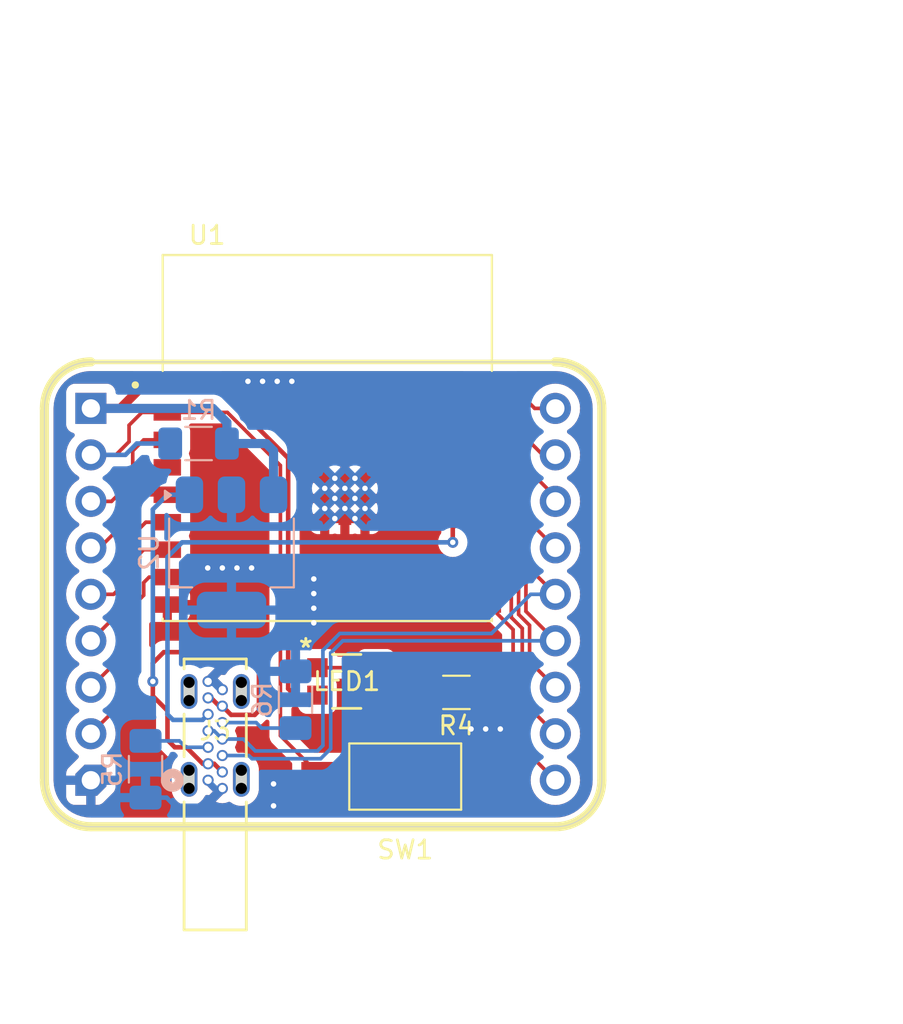
<source format=kicad_pcb>
(kicad_pcb (version 20240108) (generator "pcbnew") (generator_version "8.0")
  (layers (0 "F.Cu" signal) (31 "B.Cu" signal) (34 "B.Paste" user) (35 "F.Paste" user) (36 "B.SilkS" user "B.Silkscreen") (37 "F.SilkS" user "F.Silkscreen") (38 "B.Mask" user) (39 "F.Mask" user) (44 "Edge.Cuts" user))
  (net 0 "")
  (net 1 "GPIO3")
  (net 2 "GND")
  (net 3 "GPIO2")
  (net 4 "GPIO1")
  (net 5 "GPIO0")
  (net 6 "GPIO4")
  (net 7 "VBUS")
  (net 8 "GPIO7")
  (net 9 "USB_D+")
  (net 10 "UART-RX")
  (net 11 "USB_D-")
  (net 12 "GPIO5")
  (net 13 "GPIO8")
  (net 14 "UART-TX")
  (net 15 "GPIO10")
  (net 16 "EN")
  (net 17 "GPIO9")
  (net 18 "3V3")
  (net 19 "GPIO6")
  (net 21 "Net-(LED1-GND-Pad1)")
  (net 22 "Net-(J3-CC2)")
  (net 23 "Net-(J3-CC1)")
  (footprint "Alexander Footprint Library:ESP32-C3-WROOM-02-H4" (layer "F.Cu") (at 156.94 61.1)
    (property "Reference" "U1" (at -6.575 -11.085 0) (layer "F.SilkS"))
    (property "Value" "ESP32-C3-WROOM-02-N4")
    (fp_line (start -9 -10) (end -9 -3.67) (stroke (width 0.127)) (layer "F.SilkS"))
    (fp_line (start -9 10) (end -9 9.87) (stroke (width 0.127)) (layer "F.SilkS"))
    (fp_line (start -9 10) (end 9 10) (stroke (width 0.127)) (layer "F.SilkS"))
    (fp_line (start 9 -10) (end -9 -10) (stroke (width 0.127)) (layer "F.SilkS"))
    (fp_line (start 9 -3.67) (end 9 -10) (stroke (width 0.127)) (layer "F.SilkS"))
    (fp_line (start 9 10) (end 9 9.87) (stroke (width 0.127)) (layer "F.SilkS"))
    (fp_circle (center -10.5 -2.9) (end -10.4 -2.9) (stroke (width 0.2)) (fill none) (layer "F.SilkS"))
    (pad "1" smd rect (at -8.75 -2.9) (size 1.5 0.9) (layers "F.Cu" "F.Paste" "F.Mask") (net 18 "3V3"))
    (pad "2" smd rect (at -8.75 -1.4) (size 1.5 0.9) (layers "F.Cu" "F.Paste" "F.Mask") (net 16 "EN"))
    (pad "3" smd rect (at -8.75 0.1) (size 1.5 0.9) (layers "F.Cu" "F.Paste" "F.Mask") (net 6 "GPIO4"))
    (pad "4" smd rect (at -8.75 1.6) (size 1.5 0.9) (layers "F.Cu" "F.Paste" "F.Mask") (net 12 "GPIO5"))
    (pad "5" smd rect (at -8.75 3.1) (size 1.5 0.9) (layers "F.Cu" "F.Paste" "F.Mask") (net 19 "GPIO6"))
    (pad "6" smd rect (at -8.75 4.6) (size 1.5 0.9) (layers "F.Cu" "F.Paste" "F.Mask") (net 8 "GPIO7"))
    (pad "7" smd rect (at -8.75 6.1) (size 1.5 0.9) (layers "F.Cu" "F.Paste" "F.Mask") (net 13 "GPIO8"))
    (pad "8" smd rect (at -8.75 7.6) (size 1.5 0.9) (layers "F.Cu" "F.Paste" "F.Mask") (net 17 "GPIO9"))
    (pad "9" smd rect (at -8.75 9.1) (size 1.5 0.9) (layers "F.Cu" "F.Paste" "F.Mask") (net 2 "GND"))
    (pad "10" smd rect (at 8.75 9.1) (size 1.5 0.9) (layers "F.Cu" "F.Paste" "F.Mask") (net 15 "GPIO10"))
    (pad "11" smd rect (at 8.75 7.6) (size 1.5 0.9) (layers "F.Cu" "F.Paste" "F.Mask") (net 10 "UART-RX"))
    (pad "12" smd rect (at 8.75 6.1) (size 1.5 0.9) (layers "F.Cu" "F.Paste" "F.Mask") (net 14 "UART-TX"))
    (pad "13" smd rect (at 8.75 4.6) (size 1.5 0.9) (layers "F.Cu" "F.Paste" "F.Mask") (net 11 "USB_D-"))
    (pad "14" smd rect (at 8.75 3.1) (size 1.5 0.9) (layers "F.Cu" "F.Paste" "F.Mask") (net 9 "USB_D+"))
    (pad "15" smd rect (at 8.75 1.6) (size 1.5 0.9) (layers "F.Cu" "F.Paste" "F.Mask") (net 1 "GPIO3"))
    (pad "16" smd rect (at 8.75 0.1) (size 1.5 0.9) (layers "F.Cu" "F.Paste" "F.Mask") (net 3 "GPIO2"))
    (pad "17" smd rect (at 8.75 -1.4) (size 1.5 0.9) (layers "F.Cu" "F.Paste" "F.Mask") (net 4 "GPIO1"))
    (pad "18" smd rect (at 8.75 -2.9) (size 1.5 0.9) (layers "F.Cu" "F.Paste" "F.Mask") (net 5 "GPIO0"))
    (pad "19" smd rect (at -0.14 2.2) (size 0.7 0.7) (layers "F.Cu" "F.Paste" "F.Mask") (net 2 "GND"))
    (pad "20" smd rect (at 0.96 2.2) (size 0.7 0.7) (layers "F.Cu" "F.Paste" "F.Mask") (net 2 "GND"))
    (pad "21" smd rect (at 2.06 2.2) (size 0.7 0.7) (layers "F.Cu" "F.Paste" "F.Mask") (net 2 "GND"))
    (pad "22" smd rect (at -0.14 3.3) (size 0.7 0.7) (layers "F.Cu" "F.Paste" "F.Mask") (net 2 "GND"))
    (pad "23" smd rect (at 0.96 3.3) (size 0.7 0.7) (layers "F.Cu" "F.Paste" "F.Mask") (net 2 "GND"))
    (pad "24" smd rect (at 2.06 3.3) (size 0.7 0.7) (layers "F.Cu" "F.Paste" "F.Mask") (net 2 "GND"))
    (pad "25" smd rect (at -0.14 4.4) (size 0.7 0.7) (layers "F.Cu" "F.Paste" "F.Mask") (net 2 "GND"))
    (pad "26" smd rect (at 0.96 4.4) (size 0.7 0.7) (layers "F.Cu" "F.Paste" "F.Mask") (net 2 "GND"))
    (pad "27" smd rect (at 2.06 4.4) (size 0.7 0.7) (layers "F.Cu" "F.Paste" "F.Mask") (net 2 "GND"))
    (pad "28" thru_hole circle (at 0.41 2.2) (size 0.4 0.4) (drill 0.3) (layers "*.Cu") (net 2 "GND"))
    (pad "29" thru_hole circle (at 1.51 2.2) (size 0.4 0.4) (drill 0.3) (layers "*.Cu") (net 2 "GND"))
    (pad "30" thru_hole circle (at -0.14 2.75) (size 0.4 0.4) (drill 0.3) (layers "*.Cu") (net 2 "GND"))
    (pad "31" thru_hole circle (at 0.96 2.75) (size 0.4 0.4) (drill 0.3) (layers "*.Cu") (net 2 "GND"))
    (pad "32" thru_hole circle (at 2.06 2.75) (size 0.4 0.4) (drill 0.3) (layers "*.Cu") (net 2 "GND"))
    (pad "33" thru_hole circle (at 0.41 3.3) (size 0.4 0.4) (drill 0.3) (layers "*.Cu") (net 2 "GND"))
    (pad "34" thru_hole circle (at 1.51 3.3) (size 0.4 0.4) (drill 0.3) (layers "*.Cu") (net 2 "GND"))
    (pad "35" thru_hole circle (at -0.14 3.85) (size 0.4 0.4) (drill 0.3) (layers "*.Cu") (net 2 "GND"))
    (pad "36" thru_hole circle (at 0.96 3.85) (size 0.4 0.4) (drill 0.3) (layers "*.Cu") (net 2 "GND"))
    (pad "37" thru_hole circle (at 2.06 3.85) (size 0.4 0.4) (drill 0.3) (layers "*.Cu") (net 2 "GND"))
    (pad "38" thru_hole circle (at 0.41 4.4) (size 0.4 0.4) (drill 0.3) (layers "*.Cu") (net 2 "GND"))
    (pad "39" thru_hole circle (at 1.51 4.4) (size 0.4 0.4) (drill 0.3) (layers "*.Cu") (net 2 "GND"))
    (zone (net 0) (net_name "") (layer "F.Cu") (connect_pads (clearance 0)) (min_thickness 0.01)
      (keepout (tracks not_allowed) (vias not_allowed) (pads not_allowed) (copperpour not_allowed) (footprints allowed))
      (fill (thermal_gap 0.508) (thermal_bridge_width 0.508))
      (polygon (pts (xy 147.94 51.1) (xy 165.94 51.1) (xy 165.94 57.1) (xy 147.94 57.1)))
    )
    (zone (net 0) (net_name "") (layer "B.Cu") (connect_pads (clearance 0)) (min_thickness 0.01)
      (keepout (tracks not_allowed) (vias not_allowed) (pads not_allowed) (copperpour not_allowed) (footprints allowed))
      (fill (thermal_gap 0.508) (thermal_bridge_width 0.508))
      (polygon (pts (xy 147.94 51.1) (xy 165.94 51.1) (xy 165.94 57.1) (xy 147.94 57.1)))
    )
  )
  (footprint "Alexander Footprint Library:B1552_HVK-M" (layer "F.Cu") (at 158 74.4)
    (property "Reference" "LED1" (at 0 0 0) (layer "F.SilkS"))
    (property "Value" "LED-RED-GREEN-B1552USUG20D")
    (fp_line (start -0.777373 -1.4732) (end 0.777373 -1.4732) (stroke (width 0.1524)) (layer "F.SilkS"))
    (fp_line (start -0.777373 1.4732) (end 0.777373 1.4732) (stroke (width 0.1524)) (layer "F.SilkS"))
    (fp_text user "*" (at -2.2352 -1.8041 0) (layer "F.SilkS"))
    (fp_text user "*" (at -2.2352 -1.8041 0) (layer "F.SilkS"))
    (pad "1" smd rect (at -1.6002 -0.750001) (size 1.1176 1.0414) (layers "F.Cu" "F.Paste" "F.Mask") (net 21 "Net-(LED1-GND-Pad1)"))
    (pad "2" smd rect (at -1.6002 0.750001) (size 1.1176 1.0414) (layers "F.Cu" "F.Paste" "F.Mask") (net 18 "3V3"))
    (pad "3" smd rect (at 1.6002 0.750001) (size 1.1176 1.0414) (layers "F.Cu" "F.Paste" "F.Mask"))
    (pad "4" smd rect (at 1.6002 -0.750001) (size 1.1176 1.0414) (layers "F.Cu" "F.Paste" "F.Mask") (net 21 "Net-(LED1-GND-Pad1)"))
  )
  (footprint "Alexander Footprint Library:USB-C_KUSBX-SL-CS1N14-B_KYC" (layer "F.Cu") (at 150.419999 79.799999)
    (property "Reference" "J3" (at 0.39 -2.7 0) (layer "F.SilkS"))
    (property "Value" "USB-C_KUSBX-SL-CS1N14-B")
    (fp_circle (center -1.9468 0) (end -1.5658 0) (stroke (width 0.508)) (fill none) (layer "B.SilkS"))
    (fp_line (start -1.3118 -6.627) (end -1.3118 -6.087007) (stroke (width 0.1524)) (layer "F.SilkS"))
    (fp_line (start -1.3118 -3.612992) (end -1.3118 -1.287007) (stroke (width 0.1524)) (layer "F.SilkS"))
    (fp_line (start -1.3118 1.187007) (end -1.3118 8.1812) (stroke (width 0.1524)) (layer "F.SilkS"))
    (fp_line (start -1.3118 8.1812) (end 2.0918 8.1812) (stroke (width 0.1524)) (layer "F.SilkS"))
    (fp_line (start 2.0918 -6.627) (end -1.3118 -6.627) (stroke (width 0.1524)) (layer "F.SilkS"))
    (fp_line (start 2.0918 -6.087007) (end 2.0918 -6.627) (stroke (width 0.1524)) (layer "F.SilkS"))
    (fp_line (start 2.0918 -1.287007) (end 2.0918 -3.612992) (stroke (width 0.1524)) (layer "F.SilkS"))
    (fp_line (start 2.0918 8.1812) (end 2.0918 1.187007) (stroke (width 0.1524)) (layer "F.SilkS"))
    (fp_line (start -1.04 -4.354699) (end -1.04 -5.345299) (stroke (width 0.6096)) (layer "Edge.Cuts"))
    (fp_line (start -1.04 0.4453) (end -1.04 -0.5453) (stroke (width 0.6096)) (layer "Edge.Cuts"))
    (fp_line (start 1.82 -4.354699) (end 1.82 -5.345299) (stroke (width 0.6096)) (layer "Edge.Cuts"))
    (fp_line (start 1.82 0.4453) (end 1.82 -0.5453) (stroke (width 0.6096)) (layer "Edge.Cuts"))
    (pad "" np_thru_hole circle (at -1.04 -5.345299) (size 0.6096 0.6096) (drill 0.6096) (layers))
    (pad "" np_thru_hole circle (at -1.04 -4.354699) (size 0.6096 0.6096) (drill 0.6096) (layers))
    (pad "" np_thru_hole circle (at -1.04 -0.5453) (size 0.6096 0.6096) (drill 0.6096) (layers))
    (pad "" np_thru_hole circle (at -1.04 0.4453) (size 0.6096 0.6096) (drill 0.6096) (layers))
    (pad "" np_thru_hole circle (at 1.82 -5.345299) (size 0.6096 0.6096) (drill 0.6096) (layers))
    (pad "" np_thru_hole circle (at 1.82 -4.354699) (size 0.6096 0.6096) (drill 0.6096) (layers))
    (pad "" np_thru_hole circle (at 1.82 -0.5453) (size 0.6096 0.6096) (drill 0.6096) (layers))
    (pad "" np_thru_hole circle (at 1.82 0.4453) (size 0.6096 0.6096) (drill 0.6096) (layers))
    (pad "A1" thru_hole circle (at 0 0) (size 0.6096 0.6096) (drill 0.4064) (layers "*.Cu" "*.Mask") (net 2 "GND"))
    (pad "A4" thru_hole circle (at 0 -0.900001) (size 0.6096 0.6096) (drill 0.4064) (layers "*.Cu" "*.Mask") (net 7 "VBUS"))
    (pad "A5" thru_hole circle (at 0 -1.799999) (size 0.6096 0.6096) (drill 0.4064) (layers "*.Cu" "*.Mask") (net 23 "Net-(J3-CC1)"))
    (pad "A6" thru_hole circle (at 0 -2.7) (size 0.6096 0.6096) (drill 0.4064) (layers "*.Cu" "*.Mask") (net 9 "USB_D+"))
    (pad "A7" thru_hole circle (at 0 -3.6) (size 0.6096 0.6096) (drill 0.4064) (layers "*.Cu" "*.Mask") (net 11 "USB_D-"))
    (pad "A9" thru_hole circle (at 0 -4.499999) (size 0.6096 0.6096) (drill 0.4064) (layers "*.Cu" "*.Mask") (net 7 "VBUS"))
    (pad "A12" thru_hole circle (at 0 -5.399999) (size 0.6096 0.6096) (drill 0.4064) (layers "*.Cu" "*.Mask") (net 2 "GND"))
    (pad "B1" thru_hole circle (at 0.780001 -4.949999) (size 0.6096 0.6096) (drill 0.4064) (layers "*.Cu" "*.Mask") (net 2 "GND"))
    (pad "B4" thru_hole circle (at 0.780001 -4.049999) (size 0.6096 0.6096) (drill 0.4064) (layers "*.Cu" "*.Mask") (net 7 "VBUS"))
    (pad "B5" thru_hole circle (at 0.780001 -3.149999) (size 0.6096 0.6096) (drill 0.4064) (layers "*.Cu" "*.Mask") (net 22 "Net-(J3-CC2)"))
    (pad "B6" thru_hole circle (at 0.780001 -2.249999) (size 0.6096 0.6096) (drill 0.4064) (layers "*.Cu" "*.Mask") (net 9 "USB_D+"))
    (pad "B7" thru_hole circle (at 0.780001 -1.349999) (size 0.6096 0.6096) (drill 0.4064) (layers "*.Cu" "*.Mask") (net 11 "USB_D-"))
    (pad "B9" thru_hole circle (at 0.780001 -0.449999) (size 0.6096 0.6096) (drill 0.4064) (layers "*.Cu" "*.Mask") (net 7 "VBUS"))
    (pad "B12" thru_hole circle (at 0.780001 0.450001) (size 0.6096 0.6096) (drill 0.4064) (layers "*.Cu" "*.Mask") (net 2 "GND"))
    (pad "S_1" thru_hole oval (at -1.04 -0.05 90) (size 1.905 0.9144) (drill 0.0254) (layers "*.Cu" "*.Mask"))
    (pad "S_2" thru_hole oval (at 1.82 -0.05 90) (size 1.905 0.9144) (drill 0.0254) (layers "*.Cu" "*.Mask"))
    (pad "S_3" thru_hole oval (at -1.04 -4.849999 90) (size 1.905 0.9144) (drill 0.0254) (layers "*.Cu" "*.Mask"))
    (pad "S_4" thru_hole oval (at 1.82 -4.849999 90) (size 1.905 0.9144) (drill 0.0254) (layers "*.Cu" "*.Mask"))
  )
  (footprint "Alexander Footprint Library:SW_SPST_6x3" (layer "F.Cu") (at 161.2 79.6 180)
    (property "Reference" "SW1" (at 0 -4 0) (layer "F.SilkS"))
    (property "Value" "SW_Push")
    (fp_line (start 3.06 1.81) (end -3.06 1.81) (stroke (width 0.12)) (layer "F.SilkS"))
    (fp_line (start 3.06 -1.81) (end 3.06 1.81) (stroke (width 0.12)) (layer "F.SilkS"))
    (fp_line (start -3.06 1.81) (end -3.06 -1.81) (stroke (width 0.12)) (layer "F.SilkS"))
    (fp_line (start -3.06 -1.81) (end 3.06 -1.81) (stroke (width 0.12)) (layer "F.SilkS"))
    (pad "1" smd rect (at -4.59 0 180) (size 2.18 1.6) (layers "F.Cu" "F.Paste" "F.Mask") (net 2 "GND"))
    (pad "2" smd rect (at 4.59 0 180) (size 2.18 1.6) (layers "F.Cu" "F.Paste" "F.Mask") (net 16 "EN"))
  )
  (footprint "Alexander Footprint Library:Conn_ESP32-C3-WROOM-02" (layer "F.Cu") (at 159.25 64.56)
    (property "Reference" "J2" (hide yes))
    (property "Value" "~")
    (fp_line (start -17.78 -5.08) (end -17.78 15.24) (stroke (width 0.5)) (layer "F.SilkS"))
    (fp_line (start -15.24 -7.62) (end 10.16 -7.62) (stroke (width 0.25)) (layer "F.SilkS"))
    (fp_line (start -15.24 17.78) (end 10.16 17.78) (stroke (width 0.5)) (layer "F.SilkS"))
    (fp_line (start 12.7 -5.08) (end 12.7 15.24) (stroke (width 0.5)) (layer "F.SilkS"))
    (fp_arc (start -17.78 -5.08) (mid -17.036051 -6.876051) (end -15.24 -7.62) (stroke (width 0.5)) (layer "F.SilkS"))
    (fp_arc (start -15.24 17.78) (mid -17.036051 17.036051) (end -17.78 15.24) (stroke (width 0.5)) (layer "F.SilkS"))
    (fp_arc (start 10.16 -7.62) (mid 11.956051 -6.876051) (end 12.7 -5.08) (stroke (width 0.5)) (layer "F.SilkS"))
    (fp_arc (start 12.7 15.24) (mid 11.956051 17.036051) (end 10.16 17.78) (stroke (width 0.5)) (layer "F.SilkS"))
    (fp_line (start -17.78 15.24) (end -17.78 -5.08) (stroke (width 0.05)) (layer "Edge.Cuts"))
    (fp_line (start -15.24 -7.62) (end 10.16 -7.62) (stroke (width 0.05)) (layer "Edge.Cuts"))
    (fp_line (start 10.16 17.78) (end -15.24 17.78) (stroke (width 0.05)) (layer "Edge.Cuts"))
    (fp_line (start 12.7 -5.08) (end 12.7 15.24) (stroke (width 0.05)) (layer "Edge.Cuts"))
    (fp_arc (start -17.78 -5.08) (mid -17.036051 -6.876051) (end -15.24 -7.62) (stroke (width 0.05)) (layer "Edge.Cuts"))
    (fp_arc (start -15.24 17.78) (mid -17.036051 17.036051) (end -17.78 15.24) (stroke (width 0.05)) (layer "Edge.Cuts"))
    (fp_arc (start 10.16 -7.62) (mid 11.956051 -6.876051) (end 12.7 -5.08) (stroke (width 0.05)) (layer "Edge.Cuts"))
    (fp_arc (start 12.7 15.24) (mid 11.956051 17.036051) (end 10.16 17.78) (stroke (width 0.05)) (layer "Edge.Cuts"))
    (pad "1" thru_hole rect (at -15.24 -5.08) (size 1.7 1.7) (drill 1) (layers "*.Cu" "*.Mask") (net 18 "3V3"))
    (pad "2" thru_hole circle (at -15.24 -2.54) (size 1.7 1.7) (drill 1) (layers "*.Cu" "*.Mask") (net 16 "EN"))
    (pad "3" thru_hole circle (at -15.24 0) (size 1.7 1.7) (drill 1) (layers "*.Cu" "*.Mask") (net 6 "GPIO4"))
    (pad "4" thru_hole circle (at -15.24 2.54) (size 1.7 1.7) (drill 1) (layers "*.Cu" "*.Mask") (net 12 "GPIO5"))
    (pad "5" thru_hole circle (at -15.24 5.08) (size 1.7 1.7) (drill 1) (layers "*.Cu" "*.Mask") (net 19 "GPIO6"))
    (pad "6" thru_hole circle (at -15.24 7.62) (size 1.7 1.7) (drill 1) (layers "*.Cu" "*.Mask") (net 8 "GPIO7"))
    (pad "7" thru_hole circle (at -15.24 10.16) (size 1.7 1.7) (drill 1) (layers "*.Cu" "*.Mask") (net 13 "GPIO8"))
    (pad "8" thru_hole circle (at -15.24 12.7) (size 1.7 1.7) (drill 1) (layers "*.Cu" "*.Mask") (net 17 "GPIO9"))
    (pad "9" thru_hole roundrect (at -15.24 15.24) (size 1.7 1.7) (drill 1) (layers "*.Cu" "*.Mask") (roundrect_rratio 0) (chamfer_ratio 0.3) (chamfer top_left bottom_right) (net 2 "GND"))
    (pad "10" thru_hole circle (at 10.16 15.24) (size 1.7 1.7) (drill 1) (layers "*.Cu" "*.Mask") (net 15 "GPIO10"))
    (pad "11" thru_hole circle (at 10.16 12.7) (size 1.7 1.7) (drill 1) (layers "*.Cu" "*.Mask") (net 10 "UART-RX"))
    (pad "12" thru_hole circle (at 10.16 10.16) (size 1.7 1.7) (drill 1) (layers "*.Cu" "*.Mask") (net 14 "UART-TX"))
    (pad "13" thru_hole circle (at 10.16 7.62) (size 1.7 1.7) (drill 1) (layers "*.Cu" "*.Mask") (net 11 "USB_D-"))
    (pad "14" thru_hole circle (at 10.16 5.08) (size 1.7 1.7) (drill 1) (layers "*.Cu" "*.Mask") (net 9 "USB_D+"))
    (pad "15" thru_hole circle (at 10.16 2.54) (size 1.7 1.7) (drill 1) (layers "*.Cu" "*.Mask") (net 1 "GPIO3"))
    (pad "16" thru_hole circle (at 10.16 0) (size 1.7 1.7) (drill 1) (layers "*.Cu" "*.Mask") (net 3 "GPIO2"))
    (pad "17" thru_hole circle (at 10.16 -2.54) (size 1.7 1.7) (drill 1) (layers "*.Cu" "*.Mask") (net 4 "GPIO1"))
    (pad "18" thru_hole circle (at 10.16 -5.08) (size 1.7 1.7) (drill 1) (layers "*.Cu" "*.Mask") (net 5 "GPIO0"))
  )
  (footprint "Resistor_SMD:R_1206_3216Metric_Pad1.30x1.75mm_HandSolder" (layer "F.Cu") (at 164 75 180)
    (property "Reference" "R4" (at 0 -1.82 0) (layer "F.SilkS"))
    (property "Value" "5k1")
    (fp_line (start -0.727064 0.91) (end 0.727064 0.91) (stroke (width 0.12)) (layer "F.SilkS"))
    (fp_line (start -0.727064 -0.91) (end 0.727064 -0.91) (stroke (width 0.12)) (layer "F.SilkS"))
    (pad "1" smd roundrect (at -1.55 0 180) (size 1.3 1.75) (layers "F.Cu" "F.Paste" "F.Mask") (roundrect_rratio 0.192308) (net 2 "GND"))
    (pad "2" smd roundrect (at 1.55 0 180) (size 1.3 1.75) (layers "F.Cu" "F.Paste" "F.Mask") (roundrect_rratio 0.192308) (net 21 "Net-(LED1-GND-Pad1)"))
  )
  (footprint "Package_TO_SOT_SMD:SOT-223-3_TabPin2" (layer "B.Cu") (at 151.7 67.35 -90)
    (property "Reference" "U2" (at 0 4.5 90) (layer "B.SilkS") (effects (justify mirror)))
    (property "Value" "AMS1117-3V3")
    (fp_line (start 1.91 3.41) (end -1.85 3.41) (stroke (width 0.12)) (layer "B.SilkS"))
    (fp_line (start 1.91 2.15) (end 1.91 3.41) (stroke (width 0.12)) (layer "B.SilkS"))
    (fp_line (start 1.91 -2.15) (end 1.91 -3.41) (stroke (width 0.12)) (layer "B.SilkS"))
    (fp_line (start 1.91 -3.41) (end -1.85 -3.41) (stroke (width 0.12)) (layer "B.SilkS"))
    (fp_poly (pts (xy -3.13 3.31) (xy -3.37 3.64) (xy -2.89 3.64) (xy -3.13 3.31)) (stroke (width 0.12)) (fill solid) (layer "B.SilkS"))
    (pad "1" smd roundrect (at -3.15 2.3 270) (size 2 1.5) (layers "B.Cu" "B.Paste" "B.Mask") (net 7 "VBUS"))
    (pad "2" smd roundrect (at -3.15 0 270) (size 2 1.5) (layers "B.Cu" "B.Paste" "B.Mask") (net 2 "GND"))
    (pad "2" smd roundrect (at 3.15 0 270) (size 2 3.8) (layers "B.Cu" "B.Paste" "B.Mask") (net 2 "GND"))
    (pad "3" smd roundrect (at -3.15 -2.3 270) (size 2 1.5) (layers "B.Cu" "B.Paste" "B.Mask") (net 18 "3V3"))
  )
  (footprint "Resistor_SMD:R_1206_3216Metric_Pad1.30x1.75mm_HandSolder" (layer "B.Cu") (at 149.9 61.4 180)
    (property "Reference" "R1" (at 0 1.82 0) (layer "B.SilkS") (effects (justify mirror)))
    (property "Value" "10k")
    (fp_line (start 0.727064 0.91) (end -0.727064 0.91) (stroke (width 0.12)) (layer "B.SilkS"))
    (fp_line (start 0.727064 -0.91) (end -0.727064 -0.91) (stroke (width 0.12)) (layer "B.SilkS"))
    (pad "1" smd roundrect (at -1.55 0 180) (size 1.3 1.75) (layers "B.Cu" "B.Paste" "B.Mask") (roundrect_rratio 0.192308) (net 18 "3V3"))
    (pad "2" smd roundrect (at 1.55 0 180) (size 1.3 1.75) (layers "B.Cu" "B.Paste" "B.Mask") (roundrect_rratio 0.192308) (net 16 "EN"))
  )
  (footprint "Resistor_SMD:R_1206_3216Metric_Pad1.30x1.75mm_HandSolder" (layer "B.Cu") (at 147 79.2 -90)
    (property "Reference" "R5" (at 0 1.82 90) (layer "B.SilkS") (effects (justify mirror)))
    (property "Value" "5k1")
    (fp_line (start 0.727064 0.91) (end -0.727064 0.91) (stroke (width 0.12)) (layer "B.SilkS"))
    (fp_line (start 0.727064 -0.91) (end -0.727064 -0.91) (stroke (width 0.12)) (layer "B.SilkS"))
    (pad "1" smd roundrect (at -1.55 0 270) (size 1.3 1.75) (layers "B.Cu" "B.Paste" "B.Mask") (roundrect_rratio 0.192308) (net 23 "Net-(J3-CC1)"))
    (pad "2" smd roundrect (at 1.55 0 270) (size 1.3 1.75) (layers "B.Cu" "B.Paste" "B.Mask") (roundrect_rratio 0.192308) (net 2 "GND"))
  )
  (footprint "Resistor_SMD:R_1206_3216Metric_Pad1.30x1.75mm_HandSolder" (layer "B.Cu") (at 155.2 75.4 -90)
    (property "Reference" "R6" (at 0 1.82 90) (layer "B.SilkS") (effects (justify mirror)))
    (property "Value" "5k1")
    (fp_line (start 0.727064 0.91) (end -0.727064 0.91) (stroke (width 0.12)) (layer "B.SilkS"))
    (fp_line (start 0.727064 -0.91) (end -0.727064 -0.91) (stroke (width 0.12)) (layer "B.SilkS"))
    (pad "1" smd roundrect (at -1.55 0 270) (size 1.3 1.75) (layers "B.Cu" "B.Paste" "B.Mask") (roundrect_rratio 0.192308) (net 2 "GND"))
    (pad "2" smd roundrect (at 1.55 0 270) (size 1.3 1.75) (layers "B.Cu" "B.Paste" "B.Mask") (roundrect_rratio 0.192308) (net 22 "Net-(J3-CC2)"))
  )
  (segment (start 167.2 62.7) (end 167.8 63.3) (width 0.2) (layer "F.Cu") (net 1))
  (segment (start 165.69 62.7) (end 167.2 62.7) (width 0.2) (layer "F.Cu") (net 1))
  (segment (start 167.8 63.3) (end 167.8 65.49) (width 0.2) (layer "F.Cu") (net 1))
  (segment (start 167.8 65.49) (end 169.41 67.1) (width 0.2) (layer "F.Cu") (net 1))
  (via (at 151.2 68.2) (size 0.6) (drill 0.3) (layers "F.Cu" "B.Cu") (net 2))
  (via (at 166.4 77) (size 0.6) (drill 0.3) (layers "F.Cu" "B.Cu") (net 2))
  (via (at 153.4 58) (size 0.6) (drill 0.3) (layers "F.Cu" "B.Cu") (net 2))
  (via (at 156.2 71.2) (size 0.6) (drill 0.3) (layers "F.Cu" "B.Cu") (net 2))
  (via (at 164.8 77) (size 0.6) (drill 0.3) (layers "F.Cu" "B.Cu") (net 2))
  (via (at 152 68.2) (size 0.6) (drill 0.3) (layers "F.Cu" "B.Cu") (net 2))
  (via (at 156.2 69.6) (size 0.6) (drill 0.3) (layers "F.Cu" "B.Cu") (net 2))
  (via (at 154.2 58) (size 0.6) (drill 0.3) (layers "F.Cu" "B.Cu") (net 2))
  (via (at 154 81.2) (size 0.6) (drill 0.3) (layers "F.Cu" "B.Cu") (net 2))
  (via (at 152.6 58) (size 0.6) (drill 0.3) (layers "F.Cu" "B.Cu") (net 2))
  (via (at 154 80) (size 0.6) (drill 0.3) (layers "F.Cu" "B.Cu") (net 2))
  (via (at 156.2 70.4) (size 0.6) (drill 0.3) (layers "F.Cu" "B.Cu") (net 2))
  (via (at 165.6 77) (size 0.6) (drill 0.3) (layers "F.Cu" "B.Cu") (net 2))
  (via (at 156.2 68.8) (size 0.6) (drill 0.3) (layers "F.Cu" "B.Cu") (net 2))
  (via (at 152.8 68.2) (size 0.6) (drill 0.3) (layers "F.Cu" "B.Cu") (net 2))
  (via (at 155 58) (size 0.6) (drill 0.3) (layers "F.Cu" "B.Cu") (net 2))
  (via (at 150.4 68.2) (size 0.6) (drill 0.3) (layers "F.Cu" "B.Cu") (net 2))
  (segment (start 150.419999 79.799999) (end 150.87 80.25) (width 0.25) (layer "B.Cu") (net 2))
  (segment (start 151.2 74.85) (end 150.75 74.4) (width 0.5) (layer "B.Cu") (net 2))
  (segment (start 148.15 80.75) (end 147 80.75) (width 0.25) (layer "B.Cu") (net 2))
  (segment (start 150.25 81.2) (end 148.6 81.2) (width 0.25) (layer "B.Cu") (net 2))
  (segment (start 147.402499 81.152499) (end 147 80.75) (width 0.5) (layer "B.Cu") (net 2))
  (segment (start 151.2 80.25) (end 150.25 81.2) (width 0.25) (layer "B.Cu") (net 2))
  (segment (start 148.6 81.2) (end 148.15 80.75) (width 0.25) (layer "B.Cu") (net 2))
  (segment (start 150.87 80.25) (end 151.2 80.25) (width 0.25) (layer "B.Cu") (net 2))
  (segment (start 150.75 74.4) (end 150.419999 74.4) (width 0.5) (layer "B.Cu") (net 2))
  (segment (start 165.69 61.2) (end 166.3 61.2) (width 0.2) (layer "F.Cu") (net 3))
  (segment (start 166.3 61.2) (end 169.41 64.31) (width 0.2) (layer "F.Cu") (net 3))
  (segment (start 169.41 64.31) (end 169.41 64.56) (width 0.2) (layer "F.Cu") (net 3))
  (segment (start 165.69 59.7) (end 166.4 59.7) (width 0.2) (layer "F.Cu") (net 4))
  (segment (start 166.4 59.7) (end 168.72 62.02) (width 0.2) (layer "F.Cu") (net 4))
  (segment (start 168.72 62.02) (end 169.41 62.02) (width 0.2) (layer "F.Cu") (net 4))
  (segment (start 168.28 59.48) (end 167 58.2) (width 0.2) (layer "F.Cu") (net 5))
  (segment (start 167 58.2) (end 165.69 58.2) (width 0.2) (layer "F.Cu") (net 5))
  (segment (start 169.41 59.48) (end 168.28 59.48) (width 0.2) (layer "F.Cu") (net 5))
  (segment (start 148.19 61.2) (end 146.9 61.2) (width 0.2) (layer "F.Cu") (net 6))
  (segment (start 146.9 61.2) (end 146.3 61.8) (width 0.2) (layer "F.Cu") (net 6))
  (segment (start 146.3 63.4) (end 145.14 64.56) (width 0.2) (layer "F.Cu") (net 6))
  (segment (start 146.3 61.8) (end 146.3 63.4) (width 0.2) (layer "F.Cu") (net 6))
  (segment (start 145.14 64.56) (end 144.01 64.56) (width 0.2) (layer "F.Cu") (net 6))
  (segment (start 150.582551 75.3) (end 151.032551 75.75) (width 0.25) (layer "F.Cu") (net 7))
  (segment (start 147.4 75.2) (end 148.2 76) (width 0.25) (layer "F.Cu") (net 7))
  (segment (start 151.6775 76.2275) (end 151.2 75.75) (width 0.25) (layer "F.Cu") (net 7))
  (segment (start 152.8 72.8) (end 153.2 73.2) (width 0.25) (layer "F.Cu") (net 7))
  (segment (start 153.2 73.2) (end 153.2 76) (width 0.25) (layer "F.Cu") (net 7))
  (segment (start 150.749998 78.899998) (end 150.419999 78.899998) (width 0.25) (layer "F.Cu") (net 7))
  (segment (start 148 72.8) (end 152.8 72.8) (width 0.25) (layer "F.Cu") (net 7))
  (segment (start 152.9725 76.2275) (end 151.6775 76.2275) (width 0.25) (layer "F.Cu") (net 7))
  (segment (start 148.2 76) (end 148.2 77.6) (width 0.25) (layer "F.Cu") (net 7))
  (segment (start 153.2 76) (end 152.9725 76.2275) (width 0.25) (layer "F.Cu") (net 7))
  (segment (start 151.032551 75.75) (end 151.2 75.75) (width 0.25) (layer "F.Cu") (net 7))
  (segment (start 147.4 74.4) (end 147.4 73.4) (width 0.25) (layer "F.Cu") (net 7))
  (segment (start 149.231498 78) (end 150.131496 78.899998) (width 0.25) (layer "F.Cu") (net 7))
  (segment (start 148.2 77.6) (end 148.6 78) (width 0.25) (layer "F.Cu") (net 7))
  (segment (start 150.131496 78.899998) (end 150.429325 78.899998) (width 0.25) (layer "F.Cu") (net 7))
  (segment (start 147.4 73.4) (end 148 72.8) (width 0.25) (layer "F.Cu") (net 7))
  (segment (start 150.749998 78.899998) (end 151.2 79.35) (width 0.25) (layer "F.Cu") (net 7))
  (segment (start 147.4 74.4) (end 147.4 75.2) (width 0.25) (layer "F.Cu") (net 7))
  (segment (start 148.6 78) (end 149.231498 78) (width 0.25) (layer "F.Cu") (net 7))
  (segment (start 150.419999 78.899998) (end 150.6 78.899998) (width 0.25) (layer "F.Cu") (net 7))
  (via (at 147.4 74.4) (size 0.6) (drill 0.3) (layers "F.Cu" "B.Cu") (net 7))
  (segment (start 148.2 64.2) (end 149.4 64.2) (width 0.25) (layer "B.Cu") (net 7))
  (segment (start 147.4 65) (end 148.2 64.2) (width 0.25) (layer "B.Cu") (net 7))
  (segment (start 147.4 74.4) (end 147.4 65) (width 0.25) (layer "B.Cu") (net 7))
  (segment (start 148.19 65.7) (end 147.015686 65.7) (width 0.2) (layer "F.Cu") (net 8))
  (segment (start 146.1 66.615686) (end 146.1 69.358628) (width 0.2) (layer "F.Cu") (net 8))
  (segment (start 146.1 69.358628) (end 145.8 69.658628) (width 0.2) (layer "F.Cu") (net 8))
  (segment (start 145.8 69.658628) (end 145.8 70.39) (width 0.2) (layer "F.Cu") (net 8))
  (segment (start 147.015686 65.7) (end 146.1 66.615686) (width 0.2) (layer "F.Cu") (net 8))
  (segment (start 145.8 70.39) (end 144.01 72.18) (width 0.2) (layer "F.Cu") (net 8))
  (segment (start 167.8 66.055686) (end 167.8 68.03) (width 0.2) (layer "F.Cu") (net 9))
  (segment (start 165.69 64.2) (end 167.1 64.2) (width 0.2) (layer "F.Cu") (net 9))
  (segment (start 167.8 68.03) (end 169.41 69.64) (width 0.2) (layer "F.Cu") (net 9))
  (segment (start 167.4 64.5) (end 167.4 65.655686) (width 0.2) (layer "F.Cu") (net 9))
  (segment (start 167.1 64.2) (end 167.4 64.5) (width 0.2) (layer "F.Cu") (net 9))
  (segment (start 167.4 65.655686) (end 167.8 66.055686) (width 0.2) (layer "F.Cu") (net 9))
  (segment (start 150.749999 77.099999) (end 151.2 77.55) (width 0.2) (layer "B.Cu") (net 9))
  (segment (start 165.92 71.78) (end 168.06 69.64) (width 0.2) (layer "B.Cu") (net 9))
  (segment (start 153 78.2) (end 156.4 78.2) (width 0.2) (layer "B.Cu") (net 9))
  (segment (start 156.4 78.2) (end 156.7 77.9) (width 0.2) (layer "B.Cu") (net 9))
  (segment (start 156.7 72.7) (end 157.62 71.78) (width 0.2) (layer "B.Cu") (net 9))
  (segment (start 151.2 77.55) (end 152.35 77.55) (width 0.2) (layer "B.Cu") (net 9))
  (segment (start 157.62 71.78) (end 165.92 71.78) (width 0.2) (layer "B.Cu") (net 9))
  (segment (start 156.7 77.9) (end 156.7 72.7) (width 0.2) (layer "B.Cu") (net 9))
  (segment (start 152.35 77.55) (end 153 78.2) (width 0.2) (layer "B.Cu") (net 9))
  (segment (start 150.419999 77.099999) (end 150.749999 77.099999) (width 0.2) (layer "B.Cu") (net 9))
  (segment (start 168.06 69.64) (end 169.41 69.64) (width 0.2) (layer "B.Cu") (net 9))
  (segment (start 167 69.71) (end 167 70.901372) (width 0.2) (layer "F.Cu") (net 10))
  (segment (start 167.6 71.501372) (end 167.6 75.45) (width 0.2) (layer "F.Cu") (net 10))
  (segment (start 165.99 68.7) (end 167 69.71) (width 0.2) (layer "F.Cu") (net 10))
  (segment (start 165.69 68.7) (end 165.99 68.7) (width 0.2) (layer "F.Cu") (net 10))
  (segment (start 167 70.901372) (end 167.6 71.501372) (width 0.2) (layer "F.Cu") (net 10))
  (segment (start 167.6 75.45) (end 169.41 77.26) (width 0.2) (layer "F.Cu") (net 10))
  (segment (start 164.1 65.7) (end 165.69 65.7) (width 0.25) (layer "F.Cu") (net 11))
  (segment (start 167.4 67.11) (end 167.4 68.195686) (width 0.2) (layer "F.Cu") (net 11))
  (segment (start 167.4 68.195686) (end 167.8 68.595686) (width 0.2) (layer "F.Cu") (net 11))
  (segment (start 163.8 66.8) (end 163.8 66) (width 0.25) (layer "F.Cu") (net 11))
  (segment (start 165.69 65.7) (end 165.99 65.7) (width 0.2) (layer "F.Cu") (net 11))
  (segment (start 167.8 68.595686) (end 167.8 70.57) (width 0.2) (layer "F.Cu") (net 11))
  (segment (start 165.99 65.7) (end 167.4 67.11) (width 0.2) (layer "F.Cu") (net 11))
  (segment (start 167.8 70.57) (end 169.41 72.18) (width 0.2) (layer "F.Cu") (net 11))
  (segment (start 163.8 66) (end 164.1 65.7) (width 0.25) (layer "F.Cu") (net 11))
  (via (at 163.8 66.8) (size 0.6) (drill 0.3) (layers "F.Cu" "B.Cu") (net 11))
  (segment (start 157.125 73.255) (end 157.125 72.840686) (width 0.2) (layer "B.Cu") (net 11))
  (segment (start 148.504799 76.504799) (end 150.115199 76.504799) (width 0.25) (layer "B.Cu") (net 11))
  (segment (start 148.2 67.6) (end 148.2 76.2) (width 0.25) (layer "B.Cu") (net 11))
  (segment (start 148.2 76.2) (end 148.504799 76.504799) (width 0.25) (layer "B.Cu") (net 11))
  (segment (start 151.2 78.45) (end 152.648959 78.45) (width 0.2) (layer "B.Cu") (net 11))
  (segment (start 156.576041 78.625) (end 157.125 78.076041) (width 0.2) (layer "B.Cu") (net 11))
  (segment (start 157.785686 72.18) (end 169.41 72.18) (width 0.2) (layer "B.Cu") (net 11))
  (segment (start 157.125 78.076041) (end 157.125 73.255) (width 0.2) (layer "B.Cu") (net 11))
  (segment (start 163.8 66.8) (end 149 66.8) (width 0.25) (layer "B.Cu") (net 11))
  (segment (start 152.823959 78.625) (end 156.576041 78.625) (width 0.2) (layer "B.Cu") (net 11))
  (segment (start 150.115199 76.504799) (end 150.419999 76.199999) (width 0.25) (layer "B.Cu") (net 11))
  (segment (start 152.648959 78.45) (end 152.823959 78.625) (width 0.2) (layer "B.Cu") (net 11))
  (segment (start 157.125 72.840686) (end 157.785686 72.18) (width 0.2) (layer "B.Cu") (net 11))
  (segment (start 149 66.8) (end 148.2 67.6) (width 0.25) (layer "B.Cu") (net 11))
  (segment (start 148.19 62.7) (end 147.1 62.7) (width 0.2) (layer "F.Cu") (net 12))
  (segment (start 145.8 65.784314) (end 144.484314 67.1) (width 0.2) (layer "F.Cu") (net 12))
  (segment (start 146.7 63.1) (end 146.7 63.565686) (width 0.2) (layer "F.Cu") (net 12))
  (segment (start 146.7 63.565686) (end 145.8 64.465686) (width 0.2) (layer "F.Cu") (net 12))
  (segment (start 145.8 64.465686) (end 145.8 65.784314) (width 0.2) (layer "F.Cu") (net 12))
  (segment (start 144.484314 67.1) (end 144.01 67.1) (width 0.2) (layer "F.Cu") (net 12))
  (segment (start 147.1 62.7) (end 146.7 63.1) (width 0.2) (layer "F.Cu") (net 12))
  (segment (start 146.5 67.6) (end 146.499999 69.524314) (width 0.2) (layer "F.Cu") (net 13))
  (segment (start 148.19 67.2) (end 146.9 67.2) (width 0.2) (layer "F.Cu") (net 13))
  (segment (start 146.499999 69.524314) (end 146.2 69.824313) (width 0.2) (layer "F.Cu") (net 13))
  (segment (start 146.9 67.2) (end 146.5 67.6) (width 0.2) (layer "F.Cu") (net 13))
  (segment (start 146.2 69.824313) (end 146.2 72.53) (width 0.2) (layer "F.Cu") (net 13))
  (segment (start 146.2 72.53) (end 144.01 74.72) (width 0.2) (layer "F.Cu") (net 13))
  (segment (start 167.4 68.761372) (end 167.4 70.735686) (width 0.2) (layer "F.Cu") (net 14))
  (segment (start 167.4 70.735686) (end 168 71.335686) (width 0.2) (layer "F.Cu") (net 14))
  (segment (start 165.69 67.2) (end 166.3 67.2) (width 0.2) (layer "F.Cu") (net 14))
  (segment (start 167 68.361372) (end 167.4 68.761372) (width 0.2) (layer "F.Cu") (net 14))
  (segment (start 168 71.335686) (end 168 73.31) (width 0.2) (layer "F.Cu") (net 14))
  (segment (start 167 67.9) (end 167 68.361372) (width 0.2) (layer "F.Cu") (net 14))
  (segment (start 166.3 67.2) (end 167 67.9) (width 0.2) (layer "F.Cu") (net 14))
  (segment (start 168 73.31) (end 169.41 74.72) (width 0.2) (layer "F.Cu") (net 14))
  (segment (start 167.9 76.315686) (end 167.9 78.29) (width 0.2) (layer "F.Cu") (net 15))
  (segment (start 165.732942 70.2) (end 167.1 71.567058) (width 0.2) (layer "F.Cu") (net 15))
  (segment (start 167.9 78.29) (end 169.41 79.8) (width 0.2) (layer "F.Cu") (net 15))
  (segment (start 165.69 70.2) (end 165.732942 70.2) (width 0.2) (layer "F.Cu") (net 15))
  (segment (start 167.1 71.567058) (end 167.1 75.515686) (width 0.2) (layer "F.Cu") (net 15))
  (segment (start 167.1 75.515686) (end 167.9 76.315686) (width 0.2) (layer "F.Cu") (net 15))
  (segment (start 151.475 59.7) (end 148.19 59.7) (width 0.2) (layer "F.Cu") (net 16))
  (segment (start 154.375 62.6) (end 151.475 59.7) (width 0.2) (layer "F.Cu") (net 16))
  (segment (start 146.8 59.7) (end 146.1 60.4) (width 0.2) (layer "F.Cu") (net 16))
  (segment (start 145.38 62.02) (end 144.01 62.02) (width 0.2) (layer "F.Cu") (net 16))
  (segment (start 154.375 77.365) (end 154.375 62.6) (width 0.2) (layer "F.Cu") (net 16))
  (segment (start 156.61 79.6) (end 154.375 77.365) (width 0.2) (layer "F.Cu") (net 16))
  (segment (start 146.1 60.4) (end 146.1 61.3) (width 0.2) (layer "F.Cu") (net 16))
  (segment (start 148.19 59.7) (end 146.8 59.7) (width 0.2) (layer "F.Cu") (net 16))
  (segment (start 146.1 61.3) (end 145.38 62.02) (width 0.2) (layer "F.Cu") (net 16))
  (segment (start 148.35 61.4) (end 146.52 61.4) (width 0.25) (layer "B.Cu") (net 16))
  (segment (start 144.01 62.02) (end 145.9 62.02) (width 0.25) (layer "B.Cu") (net 16))
  (segment (start 146.52 61.4) (end 145.9 62.02) (width 0.25) (layer "B.Cu") (net 16))
  (segment (start 148.19 68.7) (end 147.2 68.7) (width 0.2) (layer "F.Cu") (net 17))
  (segment (start 145.8 75.47) (end 144.01 77.26) (width 0.2) (layer "F.Cu") (net 17))
  (segment (start 146.6 72.695686) (end 145.8 73.495686) (width 0.2) (layer "F.Cu") (net 17))
  (segment (start 147.2 68.7) (end 146.9 69) (width 0.2) (layer "F.Cu") (net 17))
  (segment (start 146.9 69) (end 146.9 69.69) (width 0.2) (layer "F.Cu") (net 17))
  (segment (start 146.665685 69.924314) (end 146.6 69.989999) (width 0.2) (layer "F.Cu") (net 17))
  (segment (start 145.8 73.495686) (end 145.8 75.47) (width 0.2) (layer "F.Cu") (net 17))
  (segment (start 146.6 69.989999) (end 146.6 72.695686) (width 0.2) (layer "F.Cu") (net 17))
  (segment (start 146.9 69.69) (end 146.665685 69.924314) (width 0.2) (layer "F.Cu") (net 17))
  (segment (start 156.150001 75.150001) (end 155.150001 75.150001) (width 0.25) (layer "F.Cu") (net 18))
  (segment (start 146.9 58.2) (end 145.62 59.48) (width 0.5) (layer "F.Cu") (net 18))
  (segment (start 154.8 62.2) (end 150.8 58.2) (width 0.25) (layer "F.Cu") (net 18))
  (segment (start 145.62 59.48) (end 144.01 59.48) (width 0.5) (layer "F.Cu") (net 18))
  (segment (start 156.3998 75.150001) (end 156.150001 75.150001) (width 0.5) (layer "F.Cu") (net 18))
  (segment (start 154.8 74.8) (end 154.8 62.2) (width 0.25) (layer "F.Cu") (net 18))
  (segment (start 155.150001 75.150001) (end 154.8 74.8) (width 0.25) (layer "F.Cu") (net 18))
  (segment (start 148.19 58.2) (end 146.9 58.2) (width 0.5) (layer "F.Cu") (net 18))
  (segment (start 150.8 58.2) (end 148.19 58.2) (width 0.25) (layer "F.Cu") (net 18))
  (segment (start 154 61.8) (end 154 64.2) (width 0.5) (layer "B.Cu") (net 18))
  (segment (start 151.45 61.4) (end 153.6 61.4) (width 0.5) (layer "B.Cu") (net 18))
  (segment (start 150.68 59.48) (end 151.45 60.25) (width 0.5) (layer "B.Cu") (net 18))
  (segment (start 153.6 61.4) (end 154 61.8) (width 0.5) (layer "B.Cu") (net 18))
  (segment (start 144.03 59.5) (end 144.01 59.48) (width 0.2) (layer "B.Cu") (net 18))
  (segment (start 144.01 59.48) (end 150.68 59.48) (width 0.5) (layer "B.Cu") (net 18))
  (segment (start 151.45 60.25) (end 151.45 61.4) (width 0.5) (layer "B.Cu") (net 18))
  (segment (start 146.2 64.8) (end 146.2 65.95) (width 0.2) (layer "F.Cu") (net 19))
  (segment (start 145.7 69.192942) (end 145.252942 69.64) (width 0.2) (layer "F.Cu") (net 19))
  (segment (start 148.19 64.2) (end 146.8 64.2) (width 0.2) (layer "F.Cu") (net 19))
  (segment (start 145.7 66.45) (end 145.7 69.192942) (width 0.2) (layer "F.Cu") (net 19))
  (segment (start 145.252942 69.64) (end 144.01 69.64) (width 0.2) (layer "F.Cu") (net 19))
  (segment (start 146.2 65.95) (end 145.7 66.45) (width 0.2) (layer "F.Cu") (net 19))
  (segment (start 146.8 64.2) (end 146.2 64.8) (width 0.2) (layer "F.Cu") (net 19))
  (segment (start 162.45 74.549998) (end 162.45 75) (width 0.2) (layer "F.Cu") (net 21))
  (segment (start 156.3998 73.649999) (end 159.6002 73.649999) (width 0.2) (layer "F.Cu") (net 21))
  (segment (start 159.6002 73.649999) (end 161.550001 73.649999) (width 0.2) (layer "F.Cu") (net 21))
  (segment (start 161.550001 73.649999) (end 162.45 74.549998) (width 0.2) (layer "F.Cu") (net 21))
  (segment (start 153.35 76.95) (end 155.2 76.95) (width 0.2) (layer "B.Cu") (net 22))
  (segment (start 151.2 76.65) (end 153.05 76.65) (width 0.2) (layer "B.Cu") (net 22))
  (segment (start 153.05 76.65) (end 153.35 76.95) (width 0.2) (layer "B.Cu") (net 22))
  (segment (start 150.419999 78) (end 149.2 78) (width 0.2) (layer "B.Cu") (net 23))
  (segment (start 149.2 78) (end 148.85 77.65) (width 0.2) (layer "B.Cu") (net 23))
  (segment (start 148.85 77.65) (end 147 77.65) (width 0.2) (layer "B.Cu") (net 23))
  (zone (net 2) (net_name "GND") (layer "F.Cu") (connect_pads (clearance 0.5)) (min_thickness 0.25) (fill yes (thermal_gap 0.5) (thermal_bridge_width 0.5))
    (polygon (pts (xy 141.1 56.6) (xy 172.6 56.6) (xy 172.6 83) (xy 141 83)))
  )
  (zone (net 2) (net_name "GND") (layer "B.Cu") (priority 1) (connect_pads (clearance 0.5)) (min_thickness 0.25) (fill yes (thermal_gap 0.5) (thermal_bridge_width 0.5))
    (polygon (pts (xy 141.1 56.5) (xy 172.6 56.6) (xy 172.6 83) (xy 141 83.1)))
  )
)
</source>
